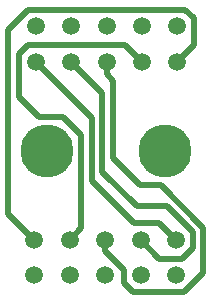
<source format=gbr>
G04 #@! TF.FileFunction,Copper,L1,Top,Signal*
%FSLAX46Y46*%
G04 Gerber Fmt 4.6, Leading zero omitted, Abs format (unit mm)*
G04 Created by KiCad (PCBNEW (after 2015-mar-04 BZR unknown)-product) date Wed 31 Aug 2016 09:31:40 AM PDT*
%MOMM*%
G01*
G04 APERTURE LIST*
%ADD10C,0.150000*%
%ADD11C,4.500880*%
%ADD12C,1.500000*%
%ADD13C,0.500000*%
G04 APERTURE END LIST*
D10*
D11*
X104000000Y-117500000D03*
D12*
X103056000Y-106936000D03*
X103056000Y-109936000D03*
X106056000Y-109936000D03*
X106056000Y-106936000D03*
X109056000Y-106936000D03*
X109056000Y-109936000D03*
X112056000Y-109936000D03*
X112056000Y-106936000D03*
X115056000Y-109936000D03*
X115056000Y-106936000D03*
X114935000Y-128014000D03*
X114935000Y-125014000D03*
X111935000Y-125014000D03*
X111935000Y-128014000D03*
X108935000Y-128014000D03*
X108935000Y-125014000D03*
X105935000Y-125014000D03*
X105935000Y-128014000D03*
X102935000Y-125014000D03*
X102935000Y-128014000D03*
D11*
X114000000Y-117500000D03*
D13*
X111421999Y-123613999D02*
X107800451Y-119992451D01*
X107800451Y-119992451D02*
X107800451Y-114680451D01*
X107800451Y-114680451D02*
X103805999Y-110685999D01*
X103805999Y-110685999D02*
X103056000Y-109936000D01*
X114935000Y-125014000D02*
X113534999Y-123613999D01*
X113534999Y-123613999D02*
X111421999Y-123613999D01*
X111633000Y-122174000D02*
X108700461Y-119241461D01*
X108700461Y-112580461D02*
X106805999Y-110685999D01*
X106805999Y-110685999D02*
X106056000Y-109936000D01*
X108700461Y-119241461D02*
X108700461Y-112580461D01*
X114167002Y-122174000D02*
X111633000Y-122174000D01*
X111935000Y-125014000D02*
X113534999Y-126613999D01*
X113534999Y-126613999D02*
X115407003Y-126613999D01*
X115407003Y-126613999D02*
X116335001Y-125686001D01*
X116335001Y-125686001D02*
X116335001Y-124341999D01*
X116335001Y-124341999D02*
X114167002Y-122174000D01*
X111891441Y-120400441D02*
X109600471Y-118109471D01*
X109600471Y-118109471D02*
X109600471Y-111541131D01*
X109600471Y-111541131D02*
X109056000Y-110996660D01*
X109056000Y-110996660D02*
X109056000Y-109936000D01*
X108935000Y-125014000D02*
X108935000Y-125941998D01*
X108935000Y-125941998D02*
X110534999Y-127541997D01*
X111262999Y-129414001D02*
X115607001Y-129414001D01*
X110534999Y-127541997D02*
X110534999Y-128686001D01*
X110534999Y-128686001D02*
X111262999Y-129414001D01*
X115607001Y-129414001D02*
X117235011Y-127785991D01*
X117235011Y-127785991D02*
X117235010Y-123969202D01*
X117235010Y-123969202D02*
X113666249Y-120400441D01*
X113666249Y-120400441D02*
X111891441Y-120400441D01*
X103296559Y-114599559D02*
X101655999Y-112958999D01*
X101655999Y-112958999D02*
X101655999Y-109263999D01*
X101655999Y-109263999D02*
X102383999Y-108535999D01*
X102383999Y-108535999D02*
X110655999Y-108535999D01*
X110655999Y-108535999D02*
X111306001Y-109186001D01*
X111306001Y-109186001D02*
X112056000Y-109936000D01*
X105392213Y-114599559D02*
X103296559Y-114599559D01*
X105935000Y-125014000D02*
X106900441Y-124048559D01*
X106900441Y-124048559D02*
X106900441Y-116107787D01*
X106900441Y-116107787D02*
X105392213Y-114599559D01*
X102935000Y-125014000D02*
X100711000Y-122790000D01*
X100711000Y-122790000D02*
X100711000Y-107208998D01*
X100711000Y-107208998D02*
X102383999Y-105535999D01*
X102383999Y-105535999D02*
X115728001Y-105535999D01*
X115728001Y-105535999D02*
X116456001Y-106263999D01*
X116456001Y-108535999D02*
X115805999Y-109186001D01*
X116456001Y-106263999D02*
X116456001Y-108535999D01*
X115805999Y-109186001D02*
X115056000Y-109936000D01*
M02*

</source>
